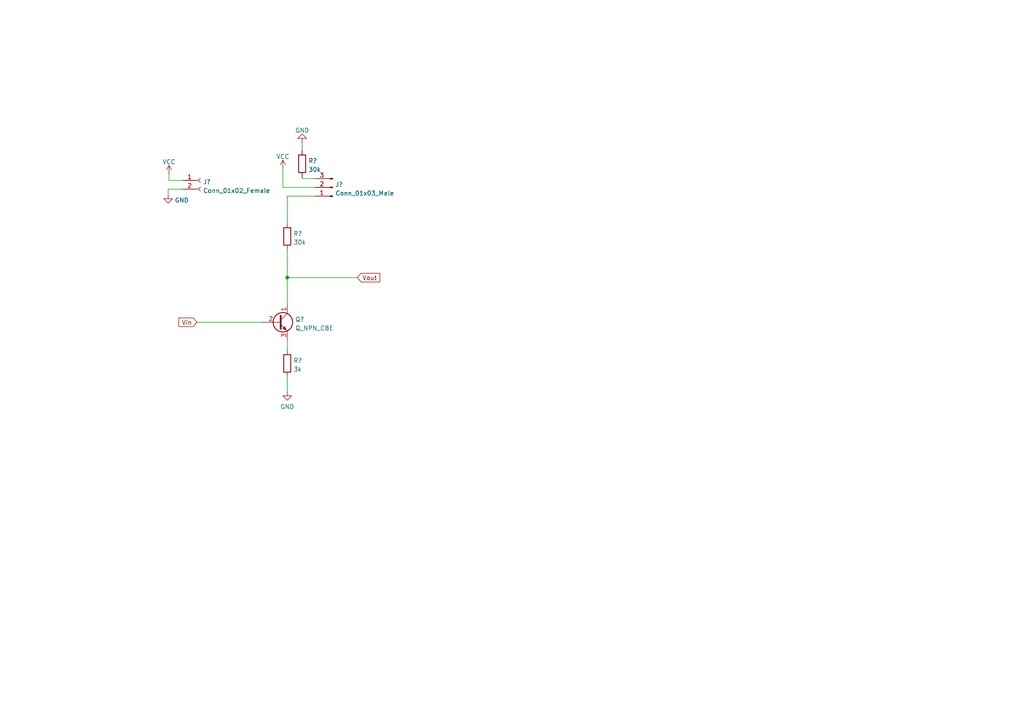
<source format=kicad_sch>
(kicad_sch (version 20211123) (generator eeschema)
  (paper "A4")
  (lib_symbols
    (symbol "Connector:Conn_01x02_Female" (pin_names (offset 1.016) hide)
      (property "Reference" "J" (at 0 2.54 0))
      (property "Value" "Conn_01x02_Female" (at 0 -5.08 0))
      (symbol "Conn_01x02_Female_1_1"
        (arc (start 0 -2.032) (mid -0.508 -2.54) (end 0 -3.048) (stroke (width 0.1524)))
        (polyline (pts (xy -1.27 -2.54) (xy -0.508 -2.54)) (stroke (width 0.1524)))
        (polyline (pts (xy -1.27 0) (xy -0.508 0)) (stroke (width 0.1524)))
        (arc (start 0 0.508) (mid -0.508 0) (end 0 -0.508) (stroke (width 0.1524)))
        (pin passive line (at -5.08 0 0) (length 3.81) (name "Pin_1") (number "1"))
        (pin passive line (at -5.08 -2.54 0) (length 3.81) (name "Pin_2") (number "2"))
      )
    )
    (symbol "Connector:Conn_01x03_Male" (pin_names (offset 1.016) hide)
      (property "Reference" "J" (at 0 5.08 0))
      (property "Value" "Conn_01x03_Male" (at 0 -5.08 0))
      (symbol "Conn_01x03_Male_1_1"
        (polyline (pts (xy 1.27 -2.54) (xy 0.8636 -2.54)) (stroke (width 0.1524)))
        (polyline (pts (xy 1.27 0) (xy 0.8636 0)) (stroke (width 0.1524)))
        (polyline (pts (xy 1.27 2.54) (xy 0.8636 2.54)) (stroke (width 0.1524)))
        (rectangle (start 0.8636 -2.413) (end 0 -2.667) (stroke (width 0.1524)) (fill (type outline)))
        (rectangle (start 0.8636 0.127) (end 0 -0.127) (stroke (width 0.1524)) (fill (type outline)))
        (rectangle (start 0.8636 2.667) (end 0 2.413) (stroke (width 0.1524)) (fill (type outline)))
        (pin passive line (at 5.08 2.54 180) (length 3.81) (name "Pin_1") (number "1"))
        (pin passive line (at 5.08 0 180) (length 3.81) (name "Pin_2") (number "2"))
        (pin passive line (at 5.08 -2.54 180) (length 3.81) (name "Pin_3") (number "3"))
      )
    )
    (symbol "Device:Q_NPN_CBE" (pin_names (offset 0) hide)
      (property "Reference" "Q" (at 5.08 1.27 0))
      (property "Value" "Q_NPN_CBE" (at 5.08 -1.27 0))
      (symbol "Q_NPN_CBE_0_1"
        (polyline (pts (xy 0.635 0.635) (xy 2.54 2.54)))
        (polyline (pts (xy 0.635 -0.635) (xy 2.54 -2.54) (xy 2.54 -2.54)))
        (polyline (pts (xy 0.635 1.905) (xy 0.635 -1.905) (xy 0.635 -1.905)) (stroke (width 0.508)))
        (polyline (pts (xy 1.27 -1.778) (xy 1.778 -1.27) (xy 2.286 -2.286) (xy 1.27 -1.778) (xy 1.27 -1.778)) (fill (type outline)))
        (circle (center 1.27 0) (radius 2.8194) (stroke (width 0.254)))
      )
      (symbol "Q_NPN_CBE_1_1"
        (pin passive line (at 2.54 5.08 270) (length 2.54) (name "C") (number "1"))
        (pin input line (at -5.08 0 0) (length 5.715) (name "B") (number "2"))
        (pin passive line (at 2.54 -5.08 90) (length 2.54) (name "E") (number "3"))
      )
    )
    (symbol "Device:R" (pin_numbers hide) (pin_names (offset 0))
      (property "Reference" "R" (at 2.032 0 90))
      (property "Value" "R" (at 0 0 90))
      (symbol "R_0_1"
        (rectangle (start -1.016 -2.54) (end 1.016 2.54) (stroke (width 0.254)))
      )
      (symbol "R_1_1"
        (pin passive line (at 0 3.81 270) (length 1.27) (name "~") (number "1"))
        (pin passive line (at 0 -3.81 90) (length 1.27) (name "~") (number "2"))
      )
    )
    (symbol "power:GND" (power) (pin_names (offset 0))
      (property "Value" "GND" (at 0 -3.81 0))
      (symbol "GND_0_1"
        (polyline (pts (xy 0 0) (xy 0 -1.27) (xy 1.27 -1.27) (xy 0 -2.54) (xy -1.27 -1.27) (xy 0 -1.27)))
      )
      (symbol "GND_1_1"
        (pin power_in line (at 0 0 270) (length 0) hide (name "GND") (number "1"))
      )
    )
    (symbol "power:VCC" (power) (pin_names (offset 0))
      (property "Value" "VCC" (at 0 3.81 0))
      (symbol "VCC_0_1"
        (polyline (pts (xy -0.762 1.27) (xy 0 2.54)))
        (polyline (pts (xy 0 0) (xy 0 2.54)))
        (polyline (pts (xy 0 2.54) (xy 0.762 1.27)))
      )
      (symbol "VCC_1_1"
        (pin power_in line (at 0 0 90) (length 0) hide (name "VCC") (number "1"))
      )
    )
  )
  (junction (at 83.312 80.518))
  (wire (pts (xy 83.312 56.896) (xy 83.312 64.77)))
  (wire (pts (xy 83.312 80.518) (xy 83.312 72.39)))
  (wire (pts (xy 87.63 51.816) (xy 87.63 51.308)))
  (wire (pts (xy 87.63 41.402) (xy 87.63 43.688)))
  (wire (pts (xy 48.768 54.864) (xy 48.768 56.388)))
  (wire (pts (xy 91.44 51.816) (xy 87.63 51.816)))
  (wire (pts (xy 103.632 80.518) (xy 83.312 80.518)))
  (wire (pts (xy 57.15 93.472) (xy 75.692 93.472)))
  (wire (pts (xy 83.312 109.22) (xy 83.312 113.538)))
  (wire (pts (xy 83.312 80.518) (xy 83.312 88.392)))
  (wire (pts (xy 91.44 56.896) (xy 83.312 56.896)))
  (wire (pts (xy 82.042 54.356) (xy 91.44 54.356)))
  (wire (pts (xy 49.022 52.324) (xy 53.086 52.324)))
  (wire (pts (xy 83.312 98.552) (xy 83.312 101.6)))
  (wire (pts (xy 82.042 54.356) (xy 82.042 49.022)))
  (wire (pts (xy 53.086 54.864) (xy 48.768 54.864)))
  (wire (pts (xy 49.022 50.546) (xy 49.022 52.324)))
  (global_label "Vout" (shape input) (at 103.632 80.518 0) (property "Intersheet References" "${INTERSHEET_REFS}" (effects hide)))
  (global_label "Vin" (shape input) (at 57.15 93.472 180) (property "Intersheet References" "${INTERSHEET_REFS}" (effects hide)))
  (symbol (lib_id "power:VCC") (at 49.022 50.546 0) (unit 1)
    (property "Reference" "#PWR?" (effects hide))
    (property "Value" "VCC" (at 49.022 46.9702 0))
  )
  (symbol (lib_id "power:GND") (at 83.312 113.538 0) (unit 1)
    (property "Reference" "#PWR?" (effects hide))
    (property "Value" "GND" (at 83.312 117.9814 0))
  )
  (symbol (lib_id "Device:Q_NPN_CBE") (at 80.772 93.472 0) (unit 1)
    (property "Reference" "Q?" (at 85.6234 92.6373 0) (effects (justify left)))
    (property "Value" "Q_NPN_CBE" (at 85.6234 95.1742 0) (effects (justify left)))
  )
  (symbol (lib_id "Device:R") (at 83.312 68.58 0) (unit 1)
    (property "Reference" "R?" (at 85.09 67.7453 0) (effects (justify left)))
    (property "Value" "30k" (at 85.09 70.2822 0) (effects (justify left)))
  )
  (symbol (lib_id "Device:R") (at 83.312 105.41 0) (unit 1)
    (property "Reference" "R?" (at 85.09 104.5753 0) (effects (justify left)))
    (property "Value" "3k" (at 85.09 107.1122 0) (effects (justify left)))
  )
  (symbol (lib_id "Connector:Conn_01x03_Male") (at 96.52 54.356 180) (unit 1)
    (property "Reference" "J?" (at 97.2312 53.5213 0) (effects (justify right)))
    (property "Value" "Conn_01x03_Male" (at 97.2312 56.0582 0) (effects (justify right)))
  )
  (symbol (lib_id "Connector:Conn_01x02_Female") (at 58.166 52.324 0) (unit 1)
    (property "Reference" "J?" (at 58.8772 52.7593 0) (effects (justify left)))
    (property "Value" "Conn_01x02_Female" (at 58.8772 55.2962 0) (effects (justify left)))
  )
  (symbol (lib_id "power:VCC") (at 82.042 49.022 0) (unit 1)
    (property "Reference" "#PWR?" (effects hide))
    (property "Value" "VCC" (at 82.042 45.4462 0))
  )
  (symbol (lib_id "power:GND") (at 48.768 56.388 0) (unit 1)
    (property "Reference" "#PWR?" (effects hide))
    (property "Value" "GND" (at 50.673 58.0918 0) (effects (justify left)))
  )
  (symbol (lib_id "power:GND") (at 87.63 41.402 180) (unit 1)
    (property "Reference" "#PWR?" (effects hide))
    (property "Value" "GND" (at 87.63 37.8262 0))
  )
  (symbol (lib_id "Device:R") (at 87.63 47.498 0) (unit 1)
    (property "Reference" "R?" (at 89.408 46.6633 0) (effects (justify left)))
    (property "Value" "30k" (at 89.408 49.2002 0) (effects (justify left)))
  )
)
</source>
